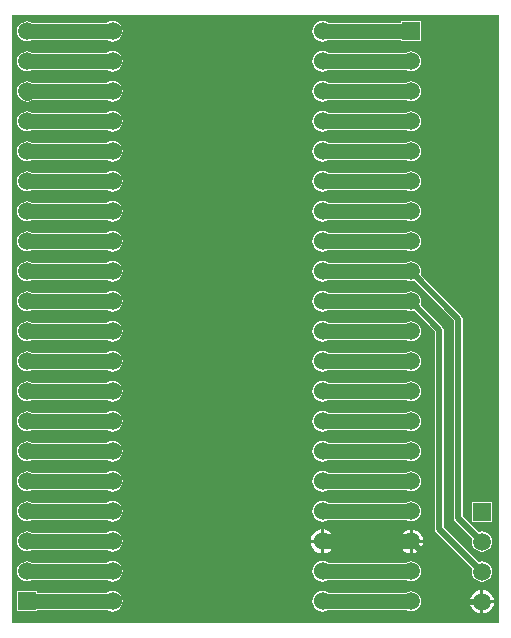
<source format=gtl>
G04*
G04 #@! TF.GenerationSoftware,Altium Limited,Altium Designer,19.1.5 (86)*
G04*
G04 Layer_Physical_Order=1*
G04 Layer_Color=255*
%FSLAX25Y25*%
%MOIN*%
G70*
G01*
G75*
%ADD15C,0.02000*%
%ADD16C,0.05000*%
%ADD17C,0.05906*%
%ADD18R,0.05906X0.05906*%
%ADD19C,0.06000*%
G36*
X353937Y8661D02*
X191895D01*
X191732Y9055D01*
Y211417D01*
X353937D01*
Y8661D01*
D02*
G37*
%LPC*%
G36*
X225177Y209236D02*
X224290Y209120D01*
X223463Y208777D01*
X223404Y208732D01*
X198448D01*
X198443Y208736D01*
X197627Y209073D01*
X196752Y209189D01*
X195877Y209073D01*
X195061Y208736D01*
X194361Y208198D01*
X193823Y207498D01*
X193485Y206682D01*
X193370Y205807D01*
X193485Y204932D01*
X193823Y204116D01*
X194361Y203416D01*
X195061Y202878D01*
X195877Y202541D01*
X196752Y202425D01*
X197627Y202541D01*
X198443Y202878D01*
X198448Y202882D01*
X223404D01*
X223463Y202837D01*
X224290Y202495D01*
X225177Y202378D01*
X226065Y202495D01*
X226892Y202837D01*
X227602Y203382D01*
X228147Y204092D01*
X228490Y204920D01*
X228607Y205807D01*
X228490Y206695D01*
X228147Y207522D01*
X227602Y208232D01*
X226892Y208777D01*
X226065Y209120D01*
X225177Y209236D01*
D02*
G37*
G36*
X295177D02*
X294290Y209120D01*
X293462Y208777D01*
X292752Y208232D01*
X292207Y207522D01*
X291865Y206695D01*
X291748Y205807D01*
X291865Y204920D01*
X292207Y204092D01*
X292752Y203382D01*
X293462Y202837D01*
X294290Y202495D01*
X295177Y202378D01*
X296065Y202495D01*
X296892Y202837D01*
X296950Y202882D01*
X321352D01*
Y202454D01*
X328058D01*
Y209160D01*
X321352D01*
Y208732D01*
X296950D01*
X296892Y208777D01*
X296065Y209120D01*
X295177Y209236D01*
D02*
G37*
G36*
X225177Y199236D02*
X224290Y199120D01*
X223463Y198777D01*
X223404Y198732D01*
X198448D01*
X198443Y198736D01*
X197627Y199074D01*
X196752Y199189D01*
X195877Y199074D01*
X195061Y198736D01*
X194361Y198198D01*
X193823Y197498D01*
X193485Y196682D01*
X193370Y195807D01*
X193485Y194932D01*
X193823Y194116D01*
X194361Y193416D01*
X195061Y192878D01*
X195877Y192541D01*
X196752Y192425D01*
X197627Y192541D01*
X198443Y192878D01*
X198448Y192882D01*
X223404D01*
X223463Y192837D01*
X224290Y192495D01*
X225177Y192378D01*
X226065Y192495D01*
X226892Y192837D01*
X227602Y193382D01*
X228147Y194092D01*
X228490Y194920D01*
X228607Y195807D01*
X228490Y196695D01*
X228147Y197522D01*
X227602Y198232D01*
X226892Y198777D01*
X226065Y199120D01*
X225177Y199236D01*
D02*
G37*
G36*
X295177D02*
X294290Y199120D01*
X293462Y198777D01*
X292752Y198232D01*
X292207Y197522D01*
X291865Y196695D01*
X291748Y195807D01*
X291865Y194920D01*
X292207Y194092D01*
X292752Y193382D01*
X293462Y192837D01*
X294290Y192495D01*
X295177Y192378D01*
X296065Y192495D01*
X296892Y192837D01*
X296950Y192882D01*
X323009D01*
X323014Y192878D01*
X323830Y192541D01*
X324705Y192425D01*
X325580Y192541D01*
X326396Y192878D01*
X327096Y193416D01*
X327633Y194116D01*
X327971Y194932D01*
X328086Y195807D01*
X327971Y196682D01*
X327633Y197498D01*
X327096Y198198D01*
X326396Y198736D01*
X325580Y199074D01*
X324705Y199189D01*
X323830Y199074D01*
X323014Y198736D01*
X323009Y198732D01*
X296950D01*
X296892Y198777D01*
X296065Y199120D01*
X295177Y199236D01*
D02*
G37*
G36*
X225177Y189236D02*
X224290Y189120D01*
X223463Y188777D01*
X223404Y188732D01*
X198448D01*
X198443Y188736D01*
X197627Y189074D01*
X196752Y189189D01*
X195877Y189074D01*
X195061Y188736D01*
X194361Y188198D01*
X193823Y187498D01*
X193485Y186682D01*
X193370Y185807D01*
X193485Y184932D01*
X193823Y184116D01*
X194361Y183416D01*
X195061Y182878D01*
X195877Y182541D01*
X195939Y182532D01*
X195995Y182509D01*
X196752Y182410D01*
X197509Y182509D01*
X197565Y182532D01*
X197627Y182541D01*
X198443Y182878D01*
X198448Y182882D01*
X223404D01*
X223463Y182837D01*
X224290Y182495D01*
X225177Y182378D01*
X226065Y182495D01*
X226892Y182837D01*
X227602Y183382D01*
X228147Y184092D01*
X228490Y184920D01*
X228607Y185807D01*
X228490Y186695D01*
X228147Y187522D01*
X227602Y188232D01*
X226892Y188777D01*
X226065Y189120D01*
X225177Y189236D01*
D02*
G37*
G36*
X295177D02*
X294290Y189120D01*
X293462Y188777D01*
X292752Y188232D01*
X292207Y187522D01*
X291865Y186695D01*
X291748Y185807D01*
X291865Y184920D01*
X292207Y184092D01*
X292752Y183382D01*
X293462Y182837D01*
X294290Y182495D01*
X295177Y182378D01*
X296065Y182495D01*
X296892Y182837D01*
X296950Y182882D01*
X323009D01*
X323014Y182878D01*
X323830Y182541D01*
X324705Y182425D01*
X325580Y182541D01*
X326396Y182878D01*
X327096Y183416D01*
X327633Y184116D01*
X327971Y184932D01*
X328086Y185807D01*
X327971Y186682D01*
X327633Y187498D01*
X327096Y188198D01*
X326396Y188736D01*
X325580Y189074D01*
X324705Y189189D01*
X323830Y189074D01*
X323014Y188736D01*
X323009Y188732D01*
X296950D01*
X296892Y188777D01*
X296065Y189120D01*
X295177Y189236D01*
D02*
G37*
G36*
X225177Y179236D02*
X224290Y179120D01*
X223463Y178777D01*
X223404Y178732D01*
X198448D01*
X198443Y178736D01*
X197627Y179074D01*
X196752Y179189D01*
X195877Y179074D01*
X195061Y178736D01*
X194361Y178198D01*
X193823Y177498D01*
X193485Y176682D01*
X193370Y175807D01*
X193485Y174932D01*
X193823Y174116D01*
X194361Y173416D01*
X195061Y172879D01*
X195877Y172541D01*
X196752Y172425D01*
X197627Y172541D01*
X198443Y172879D01*
X198448Y172882D01*
X223404D01*
X223463Y172837D01*
X224290Y172495D01*
X225177Y172378D01*
X226065Y172495D01*
X226892Y172837D01*
X227602Y173382D01*
X228147Y174092D01*
X228490Y174919D01*
X228607Y175807D01*
X228490Y176695D01*
X228147Y177522D01*
X227602Y178232D01*
X226892Y178777D01*
X226065Y179120D01*
X225177Y179236D01*
D02*
G37*
G36*
X295177D02*
X294290Y179120D01*
X293462Y178777D01*
X292752Y178232D01*
X292207Y177522D01*
X291865Y176695D01*
X291748Y175807D01*
X291865Y174919D01*
X292207Y174092D01*
X292752Y173382D01*
X293462Y172837D01*
X294290Y172495D01*
X295177Y172378D01*
X296065Y172495D01*
X296892Y172837D01*
X296950Y172882D01*
X323009D01*
X323014Y172879D01*
X323830Y172541D01*
X324705Y172425D01*
X325580Y172541D01*
X326396Y172879D01*
X327096Y173416D01*
X327633Y174116D01*
X327971Y174932D01*
X328086Y175807D01*
X327971Y176682D01*
X327633Y177498D01*
X327096Y178198D01*
X326396Y178736D01*
X325580Y179074D01*
X324705Y179189D01*
X323830Y179074D01*
X323014Y178736D01*
X323009Y178732D01*
X296950D01*
X296892Y178777D01*
X296065Y179120D01*
X295177Y179236D01*
D02*
G37*
G36*
X225177Y169236D02*
X224290Y169120D01*
X223463Y168777D01*
X223404Y168732D01*
X198448D01*
X198443Y168736D01*
X197627Y169073D01*
X196752Y169189D01*
X195877Y169073D01*
X195061Y168736D01*
X194361Y168198D01*
X193823Y167498D01*
X193485Y166682D01*
X193370Y165807D01*
X193485Y164932D01*
X193823Y164116D01*
X194361Y163416D01*
X195061Y162879D01*
X195877Y162541D01*
X196752Y162425D01*
X197627Y162541D01*
X198443Y162879D01*
X198448Y162882D01*
X223404D01*
X223463Y162837D01*
X224290Y162495D01*
X225177Y162378D01*
X226065Y162495D01*
X226892Y162837D01*
X227602Y163382D01*
X228147Y164092D01*
X228490Y164919D01*
X228607Y165807D01*
X228490Y166695D01*
X228147Y167522D01*
X227602Y168232D01*
X226892Y168777D01*
X226065Y169120D01*
X225177Y169236D01*
D02*
G37*
G36*
X295177D02*
X294290Y169120D01*
X293462Y168777D01*
X292752Y168232D01*
X292207Y167522D01*
X291865Y166695D01*
X291748Y165807D01*
X291865Y164919D01*
X292207Y164092D01*
X292752Y163382D01*
X293462Y162837D01*
X294290Y162495D01*
X295177Y162378D01*
X296065Y162495D01*
X296892Y162837D01*
X296950Y162882D01*
X323009D01*
X323014Y162879D01*
X323830Y162541D01*
X324705Y162425D01*
X325580Y162541D01*
X326396Y162879D01*
X327096Y163416D01*
X327633Y164116D01*
X327971Y164932D01*
X328086Y165807D01*
X327971Y166682D01*
X327633Y167498D01*
X327096Y168198D01*
X326396Y168736D01*
X325580Y169073D01*
X324705Y169189D01*
X323830Y169073D01*
X323014Y168736D01*
X323009Y168732D01*
X296950D01*
X296892Y168777D01*
X296065Y169120D01*
X295177Y169236D01*
D02*
G37*
G36*
X225177Y159236D02*
X224290Y159120D01*
X223463Y158777D01*
X223404Y158732D01*
X198448D01*
X198443Y158736D01*
X197627Y159073D01*
X196752Y159189D01*
X195877Y159073D01*
X195061Y158736D01*
X194361Y158198D01*
X193823Y157498D01*
X193485Y156682D01*
X193370Y155807D01*
X193485Y154932D01*
X193823Y154116D01*
X194361Y153416D01*
X195061Y152878D01*
X195877Y152541D01*
X196752Y152425D01*
X197627Y152541D01*
X198443Y152878D01*
X198448Y152882D01*
X223404D01*
X223463Y152837D01*
X224290Y152495D01*
X225177Y152378D01*
X226065Y152495D01*
X226892Y152837D01*
X227602Y153382D01*
X228147Y154092D01*
X228490Y154920D01*
X228607Y155807D01*
X228490Y156695D01*
X228147Y157522D01*
X227602Y158232D01*
X226892Y158777D01*
X226065Y159120D01*
X225177Y159236D01*
D02*
G37*
G36*
X295177D02*
X294290Y159120D01*
X293462Y158777D01*
X292752Y158232D01*
X292207Y157522D01*
X291865Y156695D01*
X291748Y155807D01*
X291865Y154920D01*
X292207Y154092D01*
X292752Y153382D01*
X293462Y152837D01*
X294290Y152495D01*
X295177Y152378D01*
X296065Y152495D01*
X296892Y152837D01*
X296950Y152882D01*
X323009D01*
X323014Y152878D01*
X323830Y152541D01*
X324705Y152425D01*
X325580Y152541D01*
X326396Y152878D01*
X327096Y153416D01*
X327633Y154116D01*
X327971Y154932D01*
X328086Y155807D01*
X327971Y156682D01*
X327633Y157498D01*
X327096Y158198D01*
X326396Y158736D01*
X325580Y159073D01*
X324705Y159189D01*
X323830Y159073D01*
X323014Y158736D01*
X323009Y158732D01*
X296950D01*
X296892Y158777D01*
X296065Y159120D01*
X295177Y159236D01*
D02*
G37*
G36*
X225177Y149236D02*
X224290Y149120D01*
X223463Y148777D01*
X223404Y148732D01*
X198448D01*
X198443Y148736D01*
X197627Y149074D01*
X196752Y149189D01*
X195877Y149074D01*
X195061Y148736D01*
X194361Y148198D01*
X193823Y147498D01*
X193485Y146682D01*
X193370Y145807D01*
X193485Y144932D01*
X193823Y144116D01*
X194361Y143416D01*
X195061Y142878D01*
X195877Y142541D01*
X196752Y142425D01*
X197627Y142541D01*
X198443Y142878D01*
X198448Y142882D01*
X223404D01*
X223463Y142837D01*
X224290Y142495D01*
X225177Y142378D01*
X226065Y142495D01*
X226892Y142837D01*
X227602Y143382D01*
X228147Y144092D01*
X228490Y144920D01*
X228607Y145807D01*
X228490Y146695D01*
X228147Y147522D01*
X227602Y148232D01*
X226892Y148777D01*
X226065Y149120D01*
X225177Y149236D01*
D02*
G37*
G36*
X295177D02*
X294290Y149120D01*
X293462Y148777D01*
X292752Y148232D01*
X292207Y147522D01*
X291865Y146695D01*
X291748Y145807D01*
X291865Y144920D01*
X292207Y144092D01*
X292752Y143382D01*
X293462Y142837D01*
X294290Y142495D01*
X295177Y142378D01*
X296065Y142495D01*
X296892Y142837D01*
X296950Y142882D01*
X323009D01*
X323014Y142878D01*
X323830Y142541D01*
X324705Y142425D01*
X325580Y142541D01*
X326396Y142878D01*
X327096Y143416D01*
X327633Y144116D01*
X327971Y144932D01*
X328086Y145807D01*
X327971Y146682D01*
X327633Y147498D01*
X327096Y148198D01*
X326396Y148736D01*
X325580Y149074D01*
X324705Y149189D01*
X323830Y149074D01*
X323014Y148736D01*
X323009Y148732D01*
X296950D01*
X296892Y148777D01*
X296065Y149120D01*
X295177Y149236D01*
D02*
G37*
G36*
X225177Y139236D02*
X224290Y139120D01*
X223463Y138777D01*
X223404Y138732D01*
X198448D01*
X198443Y138736D01*
X197627Y139074D01*
X196752Y139189D01*
X195877Y139074D01*
X195061Y138736D01*
X194361Y138198D01*
X193823Y137498D01*
X193485Y136682D01*
X193370Y135807D01*
X193485Y134932D01*
X193823Y134116D01*
X194361Y133416D01*
X195061Y132878D01*
X195877Y132541D01*
X196752Y132425D01*
X197627Y132541D01*
X198443Y132878D01*
X198448Y132882D01*
X223404D01*
X223463Y132837D01*
X224290Y132495D01*
X225177Y132378D01*
X226065Y132495D01*
X226892Y132837D01*
X227602Y133382D01*
X228147Y134092D01*
X228490Y134920D01*
X228607Y135807D01*
X228490Y136695D01*
X228147Y137522D01*
X227602Y138232D01*
X226892Y138777D01*
X226065Y139120D01*
X225177Y139236D01*
D02*
G37*
G36*
X295177D02*
X294290Y139120D01*
X293462Y138777D01*
X292752Y138232D01*
X292207Y137522D01*
X291865Y136695D01*
X291748Y135807D01*
X291865Y134920D01*
X292207Y134092D01*
X292752Y133382D01*
X293462Y132837D01*
X294290Y132495D01*
X295177Y132378D01*
X296065Y132495D01*
X296892Y132837D01*
X296950Y132882D01*
X323009D01*
X323014Y132878D01*
X323830Y132541D01*
X324705Y132425D01*
X325580Y132541D01*
X326396Y132878D01*
X327096Y133416D01*
X327633Y134116D01*
X327971Y134932D01*
X328086Y135807D01*
X327971Y136682D01*
X327633Y137498D01*
X327096Y138198D01*
X326396Y138736D01*
X325580Y139074D01*
X324705Y139189D01*
X323830Y139074D01*
X323014Y138736D01*
X323009Y138732D01*
X296950D01*
X296892Y138777D01*
X296065Y139120D01*
X295177Y139236D01*
D02*
G37*
G36*
X225177Y129236D02*
X224290Y129120D01*
X223463Y128777D01*
X223404Y128732D01*
X198448D01*
X198443Y128736D01*
X197627Y129074D01*
X196752Y129189D01*
X195877Y129074D01*
X195061Y128736D01*
X194361Y128198D01*
X193823Y127498D01*
X193485Y126682D01*
X193370Y125807D01*
X193485Y124932D01*
X193823Y124116D01*
X194361Y123416D01*
X195061Y122879D01*
X195877Y122541D01*
X196752Y122425D01*
X197627Y122541D01*
X198443Y122879D01*
X198448Y122882D01*
X223404D01*
X223463Y122837D01*
X224290Y122495D01*
X225177Y122378D01*
X226065Y122495D01*
X226892Y122837D01*
X227602Y123382D01*
X228147Y124092D01*
X228490Y124919D01*
X228607Y125807D01*
X228490Y126695D01*
X228147Y127522D01*
X227602Y128232D01*
X226892Y128777D01*
X226065Y129120D01*
X225177Y129236D01*
D02*
G37*
G36*
Y119236D02*
X224290Y119120D01*
X223463Y118777D01*
X223404Y118732D01*
X198448D01*
X198443Y118736D01*
X197627Y119073D01*
X196752Y119189D01*
X195877Y119073D01*
X195061Y118736D01*
X194361Y118198D01*
X193823Y117498D01*
X193485Y116682D01*
X193370Y115807D01*
X193485Y114932D01*
X193823Y114116D01*
X194361Y113416D01*
X195061Y112879D01*
X195877Y112541D01*
X196752Y112425D01*
X197627Y112541D01*
X198443Y112879D01*
X198448Y112882D01*
X223404D01*
X223463Y112837D01*
X224290Y112495D01*
X225177Y112378D01*
X226065Y112495D01*
X226892Y112837D01*
X227602Y113382D01*
X228147Y114092D01*
X228490Y114919D01*
X228607Y115807D01*
X228490Y116695D01*
X228147Y117522D01*
X227602Y118232D01*
X226892Y118777D01*
X226065Y119120D01*
X225177Y119236D01*
D02*
G37*
G36*
Y109236D02*
X224290Y109120D01*
X223463Y108777D01*
X223404Y108732D01*
X198448D01*
X198443Y108736D01*
X197627Y109073D01*
X196752Y109189D01*
X195877Y109073D01*
X195061Y108736D01*
X194361Y108198D01*
X193823Y107498D01*
X193485Y106682D01*
X193370Y105807D01*
X193485Y104932D01*
X193823Y104116D01*
X194361Y103416D01*
X195061Y102878D01*
X195877Y102541D01*
X196752Y102425D01*
X197627Y102541D01*
X198443Y102878D01*
X198448Y102882D01*
X223404D01*
X223463Y102837D01*
X224290Y102495D01*
X225177Y102378D01*
X226065Y102495D01*
X226892Y102837D01*
X227602Y103382D01*
X228147Y104092D01*
X228490Y104920D01*
X228607Y105807D01*
X228490Y106695D01*
X228147Y107522D01*
X227602Y108232D01*
X226892Y108777D01*
X226065Y109120D01*
X225177Y109236D01*
D02*
G37*
G36*
X295177D02*
X294290Y109120D01*
X293462Y108777D01*
X292752Y108232D01*
X292207Y107522D01*
X291865Y106695D01*
X291748Y105807D01*
X291865Y104920D01*
X292207Y104092D01*
X292752Y103382D01*
X293462Y102837D01*
X294290Y102495D01*
X295177Y102378D01*
X296065Y102495D01*
X296892Y102837D01*
X296950Y102882D01*
X323009D01*
X323014Y102878D01*
X323830Y102541D01*
X324705Y102425D01*
X325580Y102541D01*
X326396Y102878D01*
X327096Y103416D01*
X327633Y104116D01*
X327971Y104932D01*
X328086Y105807D01*
X327971Y106682D01*
X327633Y107498D01*
X327096Y108198D01*
X326396Y108736D01*
X325580Y109073D01*
X324705Y109189D01*
X323830Y109073D01*
X323014Y108736D01*
X323009Y108732D01*
X296950D01*
X296892Y108777D01*
X296065Y109120D01*
X295177Y109236D01*
D02*
G37*
G36*
X225177Y99236D02*
X224290Y99120D01*
X223463Y98777D01*
X223404Y98732D01*
X198448D01*
X198443Y98736D01*
X197627Y99073D01*
X196752Y99189D01*
X195877Y99073D01*
X195061Y98736D01*
X194361Y98198D01*
X193823Y97498D01*
X193485Y96682D01*
X193370Y95807D01*
X193485Y94932D01*
X193823Y94116D01*
X194361Y93416D01*
X195061Y92879D01*
X195877Y92541D01*
X196752Y92425D01*
X197627Y92541D01*
X198443Y92879D01*
X198448Y92882D01*
X223404D01*
X223463Y92837D01*
X224290Y92495D01*
X225177Y92378D01*
X226065Y92495D01*
X226892Y92837D01*
X227602Y93382D01*
X228147Y94092D01*
X228490Y94920D01*
X228607Y95807D01*
X228490Y96695D01*
X228147Y97522D01*
X227602Y98232D01*
X226892Y98777D01*
X226065Y99120D01*
X225177Y99236D01*
D02*
G37*
G36*
X295177D02*
X294290Y99120D01*
X293462Y98777D01*
X292752Y98232D01*
X292207Y97522D01*
X291865Y96695D01*
X291748Y95807D01*
X291865Y94920D01*
X292207Y94092D01*
X292752Y93382D01*
X293462Y92837D01*
X294290Y92495D01*
X295177Y92378D01*
X296065Y92495D01*
X296892Y92837D01*
X296950Y92882D01*
X323009D01*
X323014Y92879D01*
X323830Y92541D01*
X324705Y92425D01*
X325580Y92541D01*
X326396Y92879D01*
X327096Y93416D01*
X327633Y94116D01*
X327971Y94932D01*
X328086Y95807D01*
X327971Y96682D01*
X327633Y97498D01*
X327096Y98198D01*
X326396Y98736D01*
X325580Y99073D01*
X324705Y99189D01*
X323830Y99073D01*
X323014Y98736D01*
X323009Y98732D01*
X296950D01*
X296892Y98777D01*
X296065Y99120D01*
X295177Y99236D01*
D02*
G37*
G36*
X225177Y89236D02*
X224290Y89120D01*
X223463Y88777D01*
X223404Y88732D01*
X198448D01*
X198443Y88736D01*
X197627Y89073D01*
X196752Y89189D01*
X195877Y89073D01*
X195061Y88736D01*
X194361Y88198D01*
X193823Y87498D01*
X193485Y86682D01*
X193370Y85807D01*
X193485Y84932D01*
X193823Y84116D01*
X194361Y83416D01*
X195061Y82879D01*
X195877Y82541D01*
X196752Y82425D01*
X197627Y82541D01*
X198443Y82879D01*
X198448Y82882D01*
X223404D01*
X223463Y82837D01*
X224290Y82495D01*
X225177Y82378D01*
X226065Y82495D01*
X226892Y82837D01*
X227602Y83382D01*
X228147Y84092D01*
X228490Y84920D01*
X228607Y85807D01*
X228490Y86695D01*
X228147Y87522D01*
X227602Y88232D01*
X226892Y88777D01*
X226065Y89120D01*
X225177Y89236D01*
D02*
G37*
G36*
X295177D02*
X294290Y89120D01*
X293462Y88777D01*
X292752Y88232D01*
X292207Y87522D01*
X291865Y86695D01*
X291748Y85807D01*
X291865Y84920D01*
X292207Y84092D01*
X292752Y83382D01*
X293462Y82837D01*
X294290Y82495D01*
X295177Y82378D01*
X296065Y82495D01*
X296892Y82837D01*
X296950Y82882D01*
X323009D01*
X323014Y82879D01*
X323830Y82541D01*
X324705Y82425D01*
X325580Y82541D01*
X326396Y82879D01*
X327096Y83416D01*
X327633Y84116D01*
X327971Y84932D01*
X328086Y85807D01*
X327971Y86682D01*
X327633Y87498D01*
X327096Y88198D01*
X326396Y88736D01*
X325580Y89073D01*
X324705Y89189D01*
X323830Y89073D01*
X323014Y88736D01*
X323009Y88732D01*
X296950D01*
X296892Y88777D01*
X296065Y89120D01*
X295177Y89236D01*
D02*
G37*
G36*
X225177Y79236D02*
X224290Y79120D01*
X223463Y78777D01*
X223404Y78732D01*
X198448D01*
X198443Y78736D01*
X197627Y79074D01*
X196752Y79189D01*
X195877Y79074D01*
X195061Y78736D01*
X194361Y78198D01*
X193823Y77498D01*
X193485Y76682D01*
X193370Y75807D01*
X193485Y74932D01*
X193823Y74116D01*
X194361Y73416D01*
X195061Y72878D01*
X195877Y72541D01*
X196752Y72425D01*
X197627Y72541D01*
X198443Y72878D01*
X198448Y72882D01*
X223404D01*
X223463Y72837D01*
X224290Y72495D01*
X225177Y72378D01*
X226065Y72495D01*
X226892Y72837D01*
X227602Y73382D01*
X228147Y74092D01*
X228490Y74919D01*
X228607Y75807D01*
X228490Y76695D01*
X228147Y77522D01*
X227602Y78232D01*
X226892Y78777D01*
X226065Y79120D01*
X225177Y79236D01*
D02*
G37*
G36*
X295177D02*
X294290Y79120D01*
X293462Y78777D01*
X292752Y78232D01*
X292207Y77522D01*
X291865Y76695D01*
X291748Y75807D01*
X291865Y74919D01*
X292207Y74092D01*
X292752Y73382D01*
X293462Y72837D01*
X294290Y72495D01*
X295177Y72378D01*
X296065Y72495D01*
X296892Y72837D01*
X296950Y72882D01*
X323009D01*
X323014Y72878D01*
X323830Y72541D01*
X324705Y72425D01*
X325580Y72541D01*
X326396Y72878D01*
X327096Y73416D01*
X327633Y74116D01*
X327971Y74932D01*
X328086Y75807D01*
X327971Y76682D01*
X327633Y77498D01*
X327096Y78198D01*
X326396Y78736D01*
X325580Y79074D01*
X324705Y79189D01*
X323830Y79074D01*
X323014Y78736D01*
X323009Y78732D01*
X296950D01*
X296892Y78777D01*
X296065Y79120D01*
X295177Y79236D01*
D02*
G37*
G36*
X225177Y69236D02*
X224290Y69120D01*
X223463Y68777D01*
X223404Y68732D01*
X198448D01*
X198443Y68736D01*
X197627Y69073D01*
X196752Y69189D01*
X195877Y69073D01*
X195061Y68736D01*
X194361Y68198D01*
X193823Y67498D01*
X193485Y66682D01*
X193370Y65807D01*
X193485Y64932D01*
X193823Y64116D01*
X194361Y63416D01*
X195061Y62879D01*
X195877Y62541D01*
X196752Y62425D01*
X197627Y62541D01*
X198443Y62879D01*
X198448Y62882D01*
X223404D01*
X223463Y62837D01*
X224290Y62495D01*
X225177Y62378D01*
X226065Y62495D01*
X226892Y62837D01*
X227602Y63382D01*
X228147Y64092D01*
X228490Y64920D01*
X228607Y65807D01*
X228490Y66695D01*
X228147Y67522D01*
X227602Y68232D01*
X226892Y68777D01*
X226065Y69120D01*
X225177Y69236D01*
D02*
G37*
G36*
X295177D02*
X294290Y69120D01*
X293462Y68777D01*
X292752Y68232D01*
X292207Y67522D01*
X291865Y66695D01*
X291748Y65807D01*
X291865Y64920D01*
X292207Y64092D01*
X292752Y63382D01*
X293462Y62837D01*
X294290Y62495D01*
X295177Y62378D01*
X296065Y62495D01*
X296892Y62837D01*
X296950Y62882D01*
X323009D01*
X323014Y62879D01*
X323830Y62541D01*
X324705Y62425D01*
X325580Y62541D01*
X326396Y62879D01*
X327096Y63416D01*
X327633Y64116D01*
X327971Y64932D01*
X328086Y65807D01*
X327971Y66682D01*
X327633Y67498D01*
X327096Y68198D01*
X326396Y68736D01*
X325580Y69073D01*
X324705Y69189D01*
X323830Y69073D01*
X323014Y68736D01*
X323009Y68732D01*
X296950D01*
X296892Y68777D01*
X296065Y69120D01*
X295177Y69236D01*
D02*
G37*
G36*
X225177Y59236D02*
X224290Y59120D01*
X223463Y58777D01*
X223404Y58732D01*
X198448D01*
X198443Y58736D01*
X197627Y59074D01*
X196752Y59189D01*
X195877Y59074D01*
X195061Y58736D01*
X194361Y58198D01*
X193823Y57498D01*
X193485Y56682D01*
X193370Y55807D01*
X193485Y54932D01*
X193823Y54116D01*
X194361Y53416D01*
X195061Y52878D01*
X195877Y52541D01*
X196752Y52425D01*
X197627Y52541D01*
X198443Y52878D01*
X198448Y52882D01*
X223404D01*
X223463Y52837D01*
X224290Y52495D01*
X225177Y52378D01*
X226065Y52495D01*
X226892Y52837D01*
X227602Y53382D01*
X228147Y54092D01*
X228490Y54919D01*
X228607Y55807D01*
X228490Y56695D01*
X228147Y57522D01*
X227602Y58232D01*
X226892Y58777D01*
X226065Y59120D01*
X225177Y59236D01*
D02*
G37*
G36*
X295177D02*
X294290Y59120D01*
X293462Y58777D01*
X292752Y58232D01*
X292207Y57522D01*
X291865Y56695D01*
X291748Y55807D01*
X291865Y54919D01*
X292207Y54092D01*
X292752Y53382D01*
X293462Y52837D01*
X294290Y52495D01*
X295177Y52378D01*
X296065Y52495D01*
X296892Y52837D01*
X296950Y52882D01*
X323009D01*
X323014Y52878D01*
X323830Y52541D01*
X324705Y52425D01*
X325580Y52541D01*
X326396Y52878D01*
X327096Y53416D01*
X327633Y54116D01*
X327971Y54932D01*
X328086Y55807D01*
X327971Y56682D01*
X327633Y57498D01*
X327096Y58198D01*
X326396Y58736D01*
X325580Y59074D01*
X324705Y59189D01*
X323830Y59074D01*
X323014Y58736D01*
X323009Y58732D01*
X296950D01*
X296892Y58777D01*
X296065Y59120D01*
X295177Y59236D01*
D02*
G37*
G36*
X225177Y49236D02*
X224290Y49120D01*
X223463Y48777D01*
X223404Y48732D01*
X198448D01*
X198443Y48736D01*
X197627Y49073D01*
X196752Y49189D01*
X195877Y49073D01*
X195061Y48736D01*
X194361Y48198D01*
X193823Y47498D01*
X193485Y46682D01*
X193370Y45807D01*
X193485Y44932D01*
X193823Y44116D01*
X194361Y43416D01*
X195061Y42878D01*
X195877Y42541D01*
X196752Y42425D01*
X197627Y42541D01*
X198443Y42878D01*
X198448Y42882D01*
X223404D01*
X223463Y42837D01*
X224290Y42495D01*
X225177Y42378D01*
X226065Y42495D01*
X226892Y42837D01*
X227602Y43382D01*
X228147Y44092D01*
X228490Y44919D01*
X228607Y45807D01*
X228490Y46695D01*
X228147Y47522D01*
X227602Y48232D01*
X226892Y48777D01*
X226065Y49120D01*
X225177Y49236D01*
D02*
G37*
G36*
X295177D02*
X294290Y49120D01*
X293462Y48777D01*
X292752Y48232D01*
X292207Y47522D01*
X291865Y46695D01*
X291748Y45807D01*
X291865Y44919D01*
X292207Y44092D01*
X292752Y43382D01*
X293462Y42837D01*
X294290Y42495D01*
X295177Y42378D01*
X296065Y42495D01*
X296892Y42837D01*
X296950Y42882D01*
X323009D01*
X323014Y42878D01*
X323830Y42541D01*
X324705Y42425D01*
X325580Y42541D01*
X326396Y42878D01*
X327096Y43416D01*
X327633Y44116D01*
X327971Y44932D01*
X328086Y45807D01*
X327971Y46682D01*
X327633Y47498D01*
X327096Y48198D01*
X326396Y48736D01*
X325580Y49073D01*
X324705Y49189D01*
X323830Y49073D01*
X323014Y48736D01*
X323009Y48732D01*
X296950D01*
X296892Y48777D01*
X296065Y49120D01*
X295177Y49236D01*
D02*
G37*
G36*
X351679Y49081D02*
X344974D01*
Y42376D01*
X351679D01*
Y49081D01*
D02*
G37*
G36*
X225177Y39236D02*
X224290Y39120D01*
X223463Y38777D01*
X223404Y38732D01*
X198448D01*
X198443Y38736D01*
X197627Y39074D01*
X196752Y39189D01*
X195877Y39074D01*
X195061Y38736D01*
X194361Y38198D01*
X193823Y37498D01*
X193485Y36682D01*
X193370Y35807D01*
X193485Y34932D01*
X193823Y34116D01*
X194361Y33416D01*
X195061Y32879D01*
X195877Y32541D01*
X196752Y32425D01*
X197627Y32541D01*
X198443Y32879D01*
X198448Y32882D01*
X223404D01*
X223463Y32837D01*
X224290Y32495D01*
X225177Y32378D01*
X226065Y32495D01*
X226892Y32837D01*
X227602Y33382D01*
X228147Y34092D01*
X228490Y34920D01*
X228607Y35807D01*
X228490Y36695D01*
X228147Y37522D01*
X227602Y38232D01*
X226892Y38777D01*
X226065Y39120D01*
X225177Y39236D01*
D02*
G37*
G36*
X295677Y39776D02*
Y36307D01*
X299146D01*
X299074Y36851D01*
X298671Y37824D01*
X298030Y38660D01*
X297194Y39301D01*
X296221Y39704D01*
X295677Y39776D01*
D02*
G37*
G36*
X294677D02*
X294133Y39704D01*
X293160Y39301D01*
X292324Y38660D01*
X291683Y37824D01*
X291280Y36851D01*
X291209Y36307D01*
X294677D01*
Y39776D01*
D02*
G37*
G36*
X325205Y39728D02*
Y36307D01*
X328626D01*
X328556Y36839D01*
X328157Y37800D01*
X327524Y38626D01*
X326698Y39260D01*
X325737Y39658D01*
X325205Y39728D01*
D02*
G37*
G36*
X324205D02*
X323673Y39658D01*
X322711Y39260D01*
X321886Y38626D01*
X321252Y37800D01*
X320854Y36839D01*
X320784Y36307D01*
X324205D01*
Y39728D01*
D02*
G37*
G36*
X295177Y129236D02*
X294290Y129120D01*
X293462Y128777D01*
X292752Y128232D01*
X292207Y127522D01*
X291865Y126695D01*
X291748Y125807D01*
X291865Y124919D01*
X292207Y124092D01*
X292752Y123382D01*
X293462Y122837D01*
X294290Y122495D01*
X295177Y122378D01*
X296065Y122495D01*
X296892Y122837D01*
X296950Y122882D01*
X323009D01*
X323014Y122879D01*
X323830Y122541D01*
X324705Y122425D01*
X325580Y122541D01*
X325843Y122650D01*
X339025Y109468D01*
Y43602D01*
X339025Y43602D01*
X339134Y43056D01*
X339443Y42593D01*
X345169Y36867D01*
X345060Y36604D01*
X344945Y35728D01*
X345060Y34853D01*
X345398Y34038D01*
X345936Y33337D01*
X346636Y32800D01*
X347451Y32462D01*
X348327Y32347D01*
X349202Y32462D01*
X350018Y32800D01*
X350718Y33337D01*
X351255Y34038D01*
X351593Y34853D01*
X351708Y35728D01*
X351593Y36604D01*
X351255Y37419D01*
X350718Y38120D01*
X350018Y38657D01*
X349202Y38995D01*
X348327Y39110D01*
X347451Y38995D01*
X347188Y38886D01*
X341880Y44194D01*
Y110059D01*
X341880Y110059D01*
X341772Y110605D01*
X341462Y111068D01*
X341462Y111068D01*
X327862Y124668D01*
X327971Y124932D01*
X328086Y125807D01*
X327971Y126682D01*
X327633Y127498D01*
X327096Y128198D01*
X326396Y128736D01*
X325580Y129074D01*
X324705Y129189D01*
X323830Y129074D01*
X323014Y128736D01*
X323009Y128732D01*
X296950D01*
X296892Y128777D01*
X296065Y129120D01*
X295177Y129236D01*
D02*
G37*
G36*
X324205Y35307D02*
X320784D01*
X320854Y34775D01*
X321252Y33814D01*
X321886Y32988D01*
X322711Y32354D01*
X323673Y31956D01*
X324205Y31886D01*
Y35307D01*
D02*
G37*
G36*
X328626D02*
X325205D01*
Y31886D01*
X325737Y31956D01*
X326698Y32354D01*
X327524Y32988D01*
X328157Y33814D01*
X328556Y34775D01*
X328626Y35307D01*
D02*
G37*
G36*
X299146Y35307D02*
X295677D01*
Y31838D01*
X296221Y31910D01*
X297194Y32313D01*
X298030Y32954D01*
X298671Y33790D01*
X299074Y34763D01*
X299146Y35307D01*
D02*
G37*
G36*
X294677D02*
X291209D01*
X291280Y34763D01*
X291683Y33790D01*
X292324Y32954D01*
X293160Y32313D01*
X294133Y31910D01*
X294677Y31838D01*
Y35307D01*
D02*
G37*
G36*
X225177Y29236D02*
X224290Y29120D01*
X223463Y28777D01*
X223404Y28732D01*
X198448D01*
X198443Y28736D01*
X197627Y29074D01*
X196752Y29189D01*
X195877Y29074D01*
X195061Y28736D01*
X194361Y28198D01*
X193823Y27498D01*
X193485Y26682D01*
X193370Y25807D01*
X193485Y24932D01*
X193823Y24116D01*
X194361Y23416D01*
X195061Y22878D01*
X195877Y22541D01*
X196752Y22425D01*
X197627Y22541D01*
X198443Y22878D01*
X198448Y22882D01*
X223404D01*
X223463Y22837D01*
X224290Y22495D01*
X225177Y22378D01*
X226065Y22495D01*
X226892Y22837D01*
X227602Y23382D01*
X228147Y24092D01*
X228490Y24919D01*
X228607Y25807D01*
X228490Y26695D01*
X228147Y27522D01*
X227602Y28232D01*
X226892Y28777D01*
X226065Y29120D01*
X225177Y29236D01*
D02*
G37*
G36*
X295177D02*
X294290Y29120D01*
X293462Y28777D01*
X292752Y28232D01*
X292207Y27522D01*
X291865Y26695D01*
X291748Y25807D01*
X291865Y24919D01*
X292207Y24092D01*
X292752Y23382D01*
X293462Y22837D01*
X294290Y22495D01*
X295177Y22378D01*
X296065Y22495D01*
X296892Y22837D01*
X296950Y22882D01*
X323009D01*
X323014Y22878D01*
X323830Y22541D01*
X324705Y22425D01*
X325580Y22541D01*
X326396Y22878D01*
X327096Y23416D01*
X327633Y24116D01*
X327971Y24932D01*
X328086Y25807D01*
X327971Y26682D01*
X327633Y27498D01*
X327096Y28198D01*
X326396Y28736D01*
X325580Y29074D01*
X324705Y29189D01*
X323830Y29074D01*
X323014Y28736D01*
X323009Y28732D01*
X296950D01*
X296892Y28777D01*
X296065Y29120D01*
X295177Y29236D01*
D02*
G37*
G36*
Y119236D02*
X294290Y119120D01*
X293462Y118777D01*
X292752Y118232D01*
X292207Y117522D01*
X291865Y116695D01*
X291748Y115807D01*
X291865Y114919D01*
X292207Y114092D01*
X292752Y113382D01*
X293462Y112837D01*
X294290Y112495D01*
X295177Y112378D01*
X296065Y112495D01*
X296892Y112837D01*
X296950Y112882D01*
X323009D01*
X323014Y112879D01*
X323830Y112541D01*
X324705Y112425D01*
X325580Y112541D01*
X325843Y112650D01*
X332726Y105767D01*
Y39902D01*
X332726Y39902D01*
X332835Y39355D01*
X333144Y38892D01*
X345169Y26867D01*
X345060Y26604D01*
X344945Y25728D01*
X345060Y24853D01*
X345398Y24037D01*
X345936Y23337D01*
X346636Y22800D01*
X347451Y22462D01*
X348327Y22347D01*
X349202Y22462D01*
X350018Y22800D01*
X350718Y23337D01*
X351255Y24037D01*
X351593Y24853D01*
X351708Y25728D01*
X351593Y26604D01*
X351255Y27419D01*
X350718Y28120D01*
X350018Y28657D01*
X349202Y28995D01*
X348327Y29110D01*
X347451Y28995D01*
X347188Y28886D01*
X335581Y40493D01*
Y106358D01*
X335581Y106358D01*
X335472Y106904D01*
X335163Y107368D01*
X335163Y107368D01*
X327862Y114668D01*
X327971Y114932D01*
X328086Y115807D01*
X327971Y116682D01*
X327633Y117498D01*
X327096Y118198D01*
X326396Y118736D01*
X325580Y119073D01*
X324705Y119189D01*
X323830Y119073D01*
X323014Y118736D01*
X323009Y118732D01*
X296950D01*
X296892Y118777D01*
X296065Y119120D01*
X295177Y119236D01*
D02*
G37*
G36*
X225177Y19236D02*
X224290Y19120D01*
X223463Y18777D01*
X223404Y18732D01*
X200105D01*
Y19160D01*
X193399D01*
Y12454D01*
X200105D01*
Y12882D01*
X223404D01*
X223463Y12837D01*
X224290Y12495D01*
X225177Y12378D01*
X226065Y12495D01*
X226892Y12837D01*
X227602Y13382D01*
X228147Y14092D01*
X228490Y14920D01*
X228607Y15807D01*
X228490Y16695D01*
X228147Y17522D01*
X227602Y18232D01*
X226892Y18777D01*
X226065Y19120D01*
X225177Y19236D01*
D02*
G37*
G36*
X348827Y19649D02*
Y16228D01*
X352248D01*
X352178Y16760D01*
X351780Y17722D01*
X351146Y18548D01*
X350320Y19181D01*
X349359Y19579D01*
X348827Y19649D01*
D02*
G37*
G36*
X347827D02*
X347295Y19579D01*
X346333Y19181D01*
X345508Y18548D01*
X344874Y17722D01*
X344476Y16760D01*
X344406Y16228D01*
X347827D01*
Y19649D01*
D02*
G37*
G36*
X295177Y19236D02*
X294290Y19120D01*
X293462Y18777D01*
X292752Y18232D01*
X292207Y17522D01*
X291865Y16695D01*
X291748Y15807D01*
X291865Y14920D01*
X292207Y14092D01*
X292752Y13382D01*
X293462Y12837D01*
X294290Y12495D01*
X295177Y12378D01*
X296065Y12495D01*
X296892Y12837D01*
X296950Y12882D01*
X323009D01*
X323014Y12878D01*
X323830Y12541D01*
X324705Y12425D01*
X325580Y12541D01*
X326396Y12878D01*
X327096Y13416D01*
X327633Y14116D01*
X327971Y14932D01*
X328086Y15807D01*
X327971Y16682D01*
X327633Y17498D01*
X327096Y18198D01*
X326396Y18736D01*
X325580Y19073D01*
X324705Y19189D01*
X323830Y19073D01*
X323014Y18736D01*
X323009Y18732D01*
X296950D01*
X296892Y18777D01*
X296065Y19120D01*
X295177Y19236D01*
D02*
G37*
G36*
X347827Y15228D02*
X344406D01*
X344476Y14696D01*
X344874Y13735D01*
X345508Y12909D01*
X346333Y12276D01*
X347295Y11877D01*
X347827Y11807D01*
Y15228D01*
D02*
G37*
G36*
X352248D02*
X348827D01*
Y11807D01*
X349359Y11877D01*
X350320Y12276D01*
X351146Y12909D01*
X351780Y13735D01*
X352178Y14696D01*
X352248Y15228D01*
D02*
G37*
%LPD*%
D15*
X324705Y125807D02*
X340453Y110059D01*
Y43602D02*
Y110059D01*
Y43602D02*
X348327Y35728D01*
X324705Y115807D02*
X334154Y106358D01*
Y39902D02*
Y106358D01*
Y39902D02*
X348327Y25728D01*
X324705Y35807D02*
X331398Y29114D01*
Y23130D02*
Y29114D01*
Y23130D02*
X338799Y15728D01*
X348327D01*
D16*
X295177Y15807D02*
X324705D01*
X295177Y25807D02*
X324705D01*
X295177Y35807D02*
X324705D01*
X295177Y45807D02*
X324705D01*
X295177Y55807D02*
X324705D01*
X295177Y65807D02*
X324705D01*
X295177Y75807D02*
X324705D01*
X295177Y85807D02*
X324705D01*
X295177Y95807D02*
X324705D01*
X295177Y105807D02*
X324705D01*
X295177Y115807D02*
X324705D01*
X295177Y125807D02*
X324705D01*
X295177Y135807D02*
X324705D01*
X295177Y145807D02*
X324705D01*
X295177Y155807D02*
X324705D01*
X295177Y165807D02*
X324705D01*
X295177Y175807D02*
X324705D01*
X295177Y185807D02*
X324705D01*
X295177Y195807D02*
X324705D01*
X295177Y205807D02*
X324705D01*
X196752D02*
X225177D01*
X196752Y195807D02*
X225177D01*
X196752Y185335D02*
X197224Y185807D01*
X196752Y185335D02*
Y185807D01*
X197224D02*
X225177D01*
X196752Y175807D02*
X225177D01*
X196752Y165807D02*
X225177D01*
X196752Y155807D02*
X225177D01*
X196752Y145807D02*
X225177D01*
X196752Y135807D02*
X225177D01*
X196752Y125807D02*
X225177D01*
X196752Y115807D02*
X225177D01*
X196752Y105807D02*
X225177D01*
X196752Y95807D02*
X225177D01*
X196752Y85807D02*
X225177D01*
X196752Y75807D02*
X225177D01*
X196752Y65807D02*
X225177D01*
X196752Y55807D02*
X225177D01*
X196752Y45807D02*
X225177D01*
X196752Y35807D02*
X225177D01*
X196752Y25807D02*
X225177D01*
X196752Y15807D02*
X225177D01*
D17*
X324705D02*
D03*
Y25807D02*
D03*
Y35807D02*
D03*
Y45807D02*
D03*
Y55807D02*
D03*
Y65807D02*
D03*
Y75807D02*
D03*
Y85807D02*
D03*
Y95807D02*
D03*
Y105807D02*
D03*
Y115807D02*
D03*
Y125807D02*
D03*
Y135807D02*
D03*
Y145807D02*
D03*
Y155807D02*
D03*
Y165807D02*
D03*
Y175807D02*
D03*
Y185807D02*
D03*
Y195807D02*
D03*
X196752Y205807D02*
D03*
Y195807D02*
D03*
Y185807D02*
D03*
Y175807D02*
D03*
Y165807D02*
D03*
Y155807D02*
D03*
Y145807D02*
D03*
Y135807D02*
D03*
Y125807D02*
D03*
Y115807D02*
D03*
Y105807D02*
D03*
Y95807D02*
D03*
Y85807D02*
D03*
Y75807D02*
D03*
Y65807D02*
D03*
Y55807D02*
D03*
Y45807D02*
D03*
Y35807D02*
D03*
Y25807D02*
D03*
X348327Y35728D02*
D03*
Y25728D02*
D03*
Y15728D02*
D03*
D18*
X324705Y205807D02*
D03*
X196752Y15807D02*
D03*
X348327Y45728D02*
D03*
D19*
X225177Y15807D02*
D03*
Y25807D02*
D03*
Y35807D02*
D03*
Y45807D02*
D03*
Y55807D02*
D03*
Y105807D02*
D03*
Y95807D02*
D03*
Y85807D02*
D03*
Y75807D02*
D03*
Y65807D02*
D03*
Y165807D02*
D03*
Y175807D02*
D03*
Y185807D02*
D03*
Y195807D02*
D03*
Y205807D02*
D03*
Y155807D02*
D03*
Y145807D02*
D03*
Y135807D02*
D03*
Y125807D02*
D03*
Y115807D02*
D03*
X295177D02*
D03*
Y125807D02*
D03*
Y135807D02*
D03*
Y145807D02*
D03*
Y155807D02*
D03*
Y205807D02*
D03*
Y195807D02*
D03*
Y185807D02*
D03*
Y175807D02*
D03*
Y165807D02*
D03*
Y65807D02*
D03*
Y75807D02*
D03*
Y85807D02*
D03*
Y95807D02*
D03*
Y105807D02*
D03*
Y55807D02*
D03*
Y45807D02*
D03*
Y35807D02*
D03*
Y25807D02*
D03*
Y15807D02*
D03*
M02*

</source>
